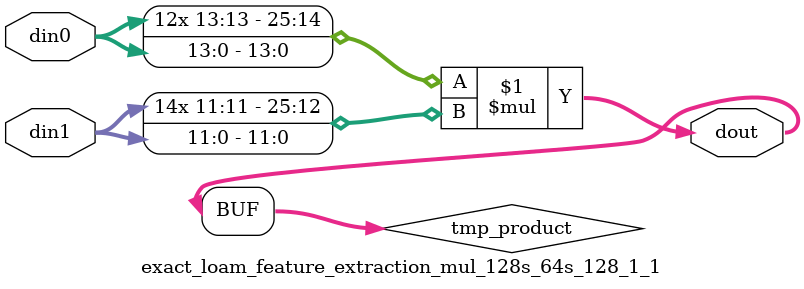
<source format=v>

`timescale 1 ns / 1 ps

 module exact_loam_feature_extraction_mul_128s_64s_128_1_1(din0, din1, dout);
parameter ID = 1;
parameter NUM_STAGE = 0;
parameter din0_WIDTH = 14;
parameter din1_WIDTH = 12;
parameter dout_WIDTH = 26;

input [din0_WIDTH - 1 : 0] din0; 
input [din1_WIDTH - 1 : 0] din1; 
output [dout_WIDTH - 1 : 0] dout;

wire signed [dout_WIDTH - 1 : 0] tmp_product;



























assign tmp_product = $signed(din0) * $signed(din1);








assign dout = tmp_product;





















endmodule

</source>
